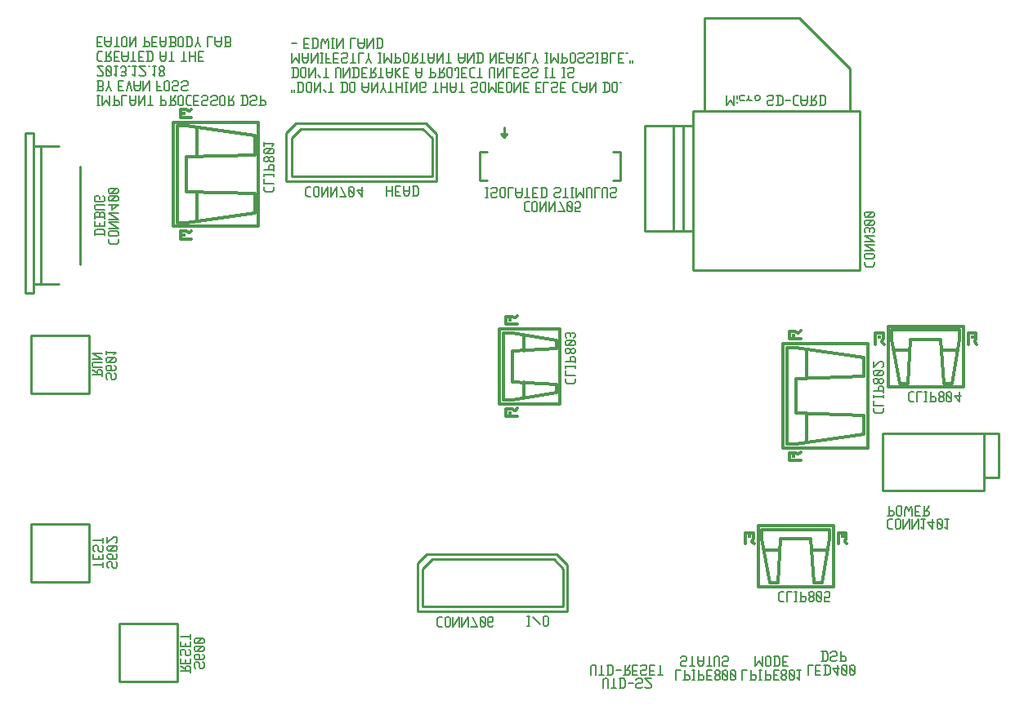
<source format=gbr>
G04 start of page 12 for group -4078 idx -4078 *
G04 Title: (unknown), bottomsilk *
G04 Creator: pcb 20110918 *
G04 CreationDate: Fri Feb 21 23:26:39 2014 UTC *
G04 For: fosse *
G04 Format: Gerber/RS-274X *
G04 PCB-Dimensions: 550000 350000 *
G04 PCB-Coordinate-Origin: lower left *
%MOIN*%
%FSLAX25Y25*%
%LNBOTTOMSILK*%
%ADD223C,0.0148*%
%ADD222C,0.0100*%
%ADD221C,0.0060*%
G54D221*X158000Y294500D02*X160000D01*
X163000Y294300D02*X164500D01*
X163000Y296500D02*X165000D01*
X163000Y292500D02*Y296500D01*
Y292500D02*X165000D01*
X166700D02*Y296500D01*
X168000Y292500D02*X168700Y293200D01*
Y295800D01*
X168000Y296500D02*X168700Y295800D01*
X166200Y296500D02*X168000D01*
X166200Y292500D02*X168000D01*
X169900D02*Y294500D01*
X170400Y296500D01*
X171400Y294500D01*
X172400Y296500D01*
X172900Y294500D01*
Y292500D02*Y294500D01*
X174100Y292500D02*X175100D01*
X174600D02*Y296500D01*
X174100D02*X175100D01*
X176300Y292500D02*Y296500D01*
Y292500D02*X178800Y296500D01*
Y292500D02*Y296500D01*
X181800Y292500D02*Y296500D01*
X183800D01*
X185000Y293500D02*Y296500D01*
Y293500D02*X185700Y292500D01*
X186800D01*
X187500Y293500D01*
Y296500D01*
X185000Y294500D02*X187500D01*
X188700Y292500D02*Y296500D01*
Y292500D02*X191200Y296500D01*
Y292500D02*Y296500D01*
X192900Y292500D02*Y296500D01*
X194200Y292500D02*X194900Y293200D01*
Y295800D01*
X194200Y296500D02*X194900Y295800D01*
X192400Y296500D02*X194200D01*
X192400Y292500D02*X194200D01*
X78500Y269000D02*X79500D01*
X79000D02*Y273000D01*
X78500D02*X79500D01*
X80700Y269000D02*Y273000D01*
Y269000D02*X82200Y271000D01*
X83700Y269000D01*
Y273000D01*
X85400Y269000D02*Y273000D01*
X84900Y269000D02*X86900D01*
X87400Y269500D01*
Y270500D01*
X86900Y271000D02*X87400Y270500D01*
X85400Y271000D02*X86900D01*
X88600Y269000D02*Y273000D01*
X90600D01*
X91800Y270000D02*Y273000D01*
Y270000D02*X92500Y269000D01*
X93600D01*
X94300Y270000D01*
Y273000D01*
X91800Y271000D02*X94300D01*
X95500Y269000D02*Y273000D01*
Y269000D02*X98000Y273000D01*
Y269000D02*Y273000D01*
X99200Y269000D02*X101200D01*
X100200D02*Y273000D01*
X104700Y269000D02*Y273000D01*
X104200Y269000D02*X106200D01*
X106700Y269500D01*
Y270500D01*
X106200Y271000D02*X106700Y270500D01*
X104700Y271000D02*X106200D01*
X107900Y269000D02*X109900D01*
X110400Y269500D01*
Y270500D01*
X109900Y271000D02*X110400Y270500D01*
X108400Y271000D02*X109900D01*
X108400Y269000D02*Y273000D01*
X109200Y271000D02*X110400Y273000D01*
X111600Y269500D02*Y272500D01*
Y269500D02*X112100Y269000D01*
X113100D01*
X113600Y269500D01*
Y272500D01*
X113100Y273000D02*X113600Y272500D01*
X112100Y273000D02*X113100D01*
X111600Y272500D02*X112100Y273000D01*
X115500D02*X116800D01*
X114800Y272300D02*X115500Y273000D01*
X114800Y269700D02*Y272300D01*
Y269700D02*X115500Y269000D01*
X116800D01*
X118000Y270800D02*X119500D01*
X118000Y273000D02*X120000D01*
X118000Y269000D02*Y273000D01*
Y269000D02*X120000D01*
X123200D02*X123700Y269500D01*
X121700Y269000D02*X123200D01*
X121200Y269500D02*X121700Y269000D01*
X121200Y269500D02*Y270500D01*
X121700Y271000D01*
X123200D01*
X123700Y271500D01*
Y272500D01*
X123200Y273000D02*X123700Y272500D01*
X121700Y273000D02*X123200D01*
X121200Y272500D02*X121700Y273000D01*
X126900Y269000D02*X127400Y269500D01*
X125400Y269000D02*X126900D01*
X124900Y269500D02*X125400Y269000D01*
X124900Y269500D02*Y270500D01*
X125400Y271000D01*
X126900D01*
X127400Y271500D01*
Y272500D01*
X126900Y273000D02*X127400Y272500D01*
X125400Y273000D02*X126900D01*
X124900Y272500D02*X125400Y273000D01*
X128600Y269500D02*Y272500D01*
Y269500D02*X129100Y269000D01*
X130100D01*
X130600Y269500D01*
Y272500D01*
X130100Y273000D02*X130600Y272500D01*
X129100Y273000D02*X130100D01*
X128600Y272500D02*X129100Y273000D01*
X131800Y269000D02*X133800D01*
X134300Y269500D01*
Y270500D01*
X133800Y271000D02*X134300Y270500D01*
X132300Y271000D02*X133800D01*
X132300Y269000D02*Y273000D01*
X133100Y271000D02*X134300Y273000D01*
X137800Y269000D02*Y273000D01*
X139100Y269000D02*X139800Y269700D01*
Y272300D01*
X139100Y273000D02*X139800Y272300D01*
X137300Y273000D02*X139100D01*
X137300Y269000D02*X139100D01*
X143000D02*X143500Y269500D01*
X141500Y269000D02*X143000D01*
X141000Y269500D02*X141500Y269000D01*
X141000Y269500D02*Y270500D01*
X141500Y271000D01*
X143000D01*
X143500Y271500D01*
Y272500D01*
X143000Y273000D02*X143500Y272500D01*
X141500Y273000D02*X143000D01*
X141000Y272500D02*X141500Y273000D01*
X145200Y269000D02*Y273000D01*
X144700Y269000D02*X146700D01*
X147200Y269500D01*
Y270500D01*
X146700Y271000D02*X147200Y270500D01*
X145200Y271000D02*X146700D01*
X78500Y281500D02*X79000Y281000D01*
X80500D01*
X81000Y281500D01*
Y282500D01*
X78500Y285000D02*X81000Y282500D01*
X78500Y285000D02*X81000D01*
X82200Y284500D02*X82700Y285000D01*
X82200Y281500D02*Y284500D01*
Y281500D02*X82700Y281000D01*
X83700D01*
X84200Y281500D01*
Y284500D01*
X83700Y285000D02*X84200Y284500D01*
X82700Y285000D02*X83700D01*
X82200Y284000D02*X84200Y282000D01*
X85400Y281800D02*X86200Y281000D01*
Y285000D01*
X85400D02*X86900D01*
X88100Y281500D02*X88600Y281000D01*
X89600D01*
X90100Y281500D01*
X89600Y285000D02*X90100Y284500D01*
X88600Y285000D02*X89600D01*
X88100Y284500D02*X88600Y285000D01*
Y282800D02*X89600D01*
X90100Y281500D02*Y282300D01*
Y283300D02*Y284500D01*
Y283300D02*X89600Y282800D01*
X90100Y282300D02*X89600Y282800D01*
X91300Y285000D02*X91800D01*
X93000Y281800D02*X93800Y281000D01*
Y285000D01*
X93000D02*X94500D01*
X95700Y281500D02*X96200Y281000D01*
X97700D01*
X98200Y281500D01*
Y282500D01*
X95700Y285000D02*X98200Y282500D01*
X95700Y285000D02*X98200D01*
X99400D02*X99900D01*
X101100Y281800D02*X101900Y281000D01*
Y285000D01*
X101100D02*X102600D01*
X103800Y284500D02*X104300Y285000D01*
X103800Y283700D02*Y284500D01*
Y283700D02*X104500Y283000D01*
X105100D01*
X105800Y283700D01*
Y284500D01*
X105300Y285000D02*X105800Y284500D01*
X104300Y285000D02*X105300D01*
X103800Y282300D02*X104500Y283000D01*
X103800Y281500D02*Y282300D01*
Y281500D02*X104300Y281000D01*
X105300D01*
X105800Y281500D01*
Y282300D01*
X105100Y283000D02*X105800Y282300D01*
X79200Y291000D02*X80500D01*
X78500Y290300D02*X79200Y291000D01*
X78500Y287700D02*Y290300D01*
Y287700D02*X79200Y287000D01*
X80500D01*
X81700D02*X83700D01*
X84200Y287500D01*
Y288500D01*
X83700Y289000D02*X84200Y288500D01*
X82200Y289000D02*X83700D01*
X82200Y287000D02*Y291000D01*
X83000Y289000D02*X84200Y291000D01*
X85400Y288800D02*X86900D01*
X85400Y291000D02*X87400D01*
X85400Y287000D02*Y291000D01*
Y287000D02*X87400D01*
X88600Y288000D02*Y291000D01*
Y288000D02*X89300Y287000D01*
X90400D01*
X91100Y288000D01*
Y291000D01*
X88600Y289000D02*X91100D01*
X92300Y287000D02*X94300D01*
X93300D02*Y291000D01*
X95500Y288800D02*X97000D01*
X95500Y291000D02*X97500D01*
X95500Y287000D02*Y291000D01*
Y287000D02*X97500D01*
X99200D02*Y291000D01*
X100500Y287000D02*X101200Y287700D01*
Y290300D01*
X100500Y291000D02*X101200Y290300D01*
X98700Y291000D02*X100500D01*
X98700Y287000D02*X100500D01*
X104200Y288000D02*Y291000D01*
Y288000D02*X104900Y287000D01*
X106000D01*
X106700Y288000D01*
Y291000D01*
X104200Y289000D02*X106700D01*
X107900Y287000D02*X109900D01*
X108900D02*Y291000D01*
X112900Y287000D02*X114900D01*
X113900D02*Y291000D01*
X116100Y287000D02*Y291000D01*
X118600Y287000D02*Y291000D01*
X116100Y289000D02*X118600D01*
X119800Y288800D02*X121300D01*
X119800Y291000D02*X121800D01*
X119800Y287000D02*Y291000D01*
Y287000D02*X121800D01*
X78500Y279000D02*X80500D01*
X81000Y278500D01*
Y277300D02*Y278500D01*
X80500Y276800D02*X81000Y277300D01*
X79000Y276800D02*X80500D01*
X79000Y275000D02*Y279000D01*
X78500Y275000D02*X80500D01*
X81000Y275500D01*
Y276300D01*
X80500Y276800D02*X81000Y276300D01*
X82200Y275000D02*X83200Y277000D01*
X84200Y275000D01*
X83200Y277000D02*Y279000D01*
X87200Y276800D02*X88700D01*
X87200Y279000D02*X89200D01*
X87200Y275000D02*Y279000D01*
Y275000D02*X89200D01*
X90400D02*X91400Y279000D01*
X92400Y275000D01*
X93600Y276000D02*Y279000D01*
Y276000D02*X94300Y275000D01*
X95400D01*
X96100Y276000D01*
Y279000D01*
X93600Y277000D02*X96100D01*
X97300Y275000D02*Y279000D01*
Y275000D02*X99800Y279000D01*
Y275000D02*Y279000D01*
X102800Y275000D02*Y279000D01*
Y275000D02*X104800D01*
X102800Y276800D02*X104300D01*
X106000Y275500D02*Y278500D01*
Y275500D02*X106500Y275000D01*
X107500D01*
X108000Y275500D01*
Y278500D01*
X107500Y279000D02*X108000Y278500D01*
X106500Y279000D02*X107500D01*
X106000Y278500D02*X106500Y279000D01*
X111200Y275000D02*X111700Y275500D01*
X109700Y275000D02*X111200D01*
X109200Y275500D02*X109700Y275000D01*
X109200Y275500D02*Y276500D01*
X109700Y277000D01*
X111200D01*
X111700Y277500D01*
Y278500D01*
X111200Y279000D02*X111700Y278500D01*
X109700Y279000D02*X111200D01*
X109200Y278500D02*X109700Y279000D01*
X114900Y275000D02*X115400Y275500D01*
X113400Y275000D02*X114900D01*
X112900Y275500D02*X113400Y275000D01*
X112900Y275500D02*Y276500D01*
X113400Y277000D01*
X114900D01*
X115400Y277500D01*
Y278500D01*
X114900Y279000D02*X115400Y278500D01*
X113400Y279000D02*X114900D01*
X112900Y278500D02*X113400Y279000D01*
X335250Y269250D02*Y273250D01*
Y269250D02*X336750Y271250D01*
X338250Y269250D01*
Y273250D01*
X339450Y270250D02*Y270350D01*
Y271750D02*Y273250D01*
X340950Y271250D02*X342450D01*
X340450Y271750D02*X340950Y271250D01*
X340450Y271750D02*Y272750D01*
X340950Y273250D01*
X342450D01*
X344150Y271750D02*Y273250D01*
Y271750D02*X344650Y271250D01*
X345650D01*
X343650D02*X344150Y271750D01*
X346850D02*Y272750D01*
Y271750D02*X347350Y271250D01*
X348350D01*
X348850Y271750D01*
Y272750D01*
X348350Y273250D02*X348850Y272750D01*
X347350Y273250D02*X348350D01*
X346850Y272750D02*X347350Y273250D01*
X353850Y269250D02*X354350Y269750D01*
X352350Y269250D02*X353850D01*
X351850Y269750D02*X352350Y269250D01*
X351850Y269750D02*Y270750D01*
X352350Y271250D01*
X353850D01*
X354350Y271750D01*
Y272750D01*
X353850Y273250D02*X354350Y272750D01*
X352350Y273250D02*X353850D01*
X351850Y272750D02*X352350Y273250D01*
X356050Y269250D02*Y273250D01*
X357350Y269250D02*X358050Y269950D01*
Y272550D01*
X357350Y273250D02*X358050Y272550D01*
X355550Y273250D02*X357350D01*
X355550Y269250D02*X357350D01*
X359250Y271250D02*X361250D01*
X363150Y273250D02*X364450D01*
X362450Y272550D02*X363150Y273250D01*
X362450Y269950D02*Y272550D01*
Y269950D02*X363150Y269250D01*
X364450D01*
X365650Y270250D02*Y273250D01*
Y270250D02*X366350Y269250D01*
X367450D01*
X368150Y270250D01*
Y273250D01*
X365650Y271250D02*X368150D01*
X369350Y269250D02*X371350D01*
X371850Y269750D01*
Y270750D01*
X371350Y271250D02*X371850Y270750D01*
X369850Y271250D02*X371350D01*
X369850Y269250D02*Y273250D01*
X370650Y271250D02*X371850Y273250D01*
X373550Y269250D02*Y273250D01*
X374850Y269250D02*X375550Y269950D01*
Y272550D01*
X374850Y273250D02*X375550Y272550D01*
X373050Y273250D02*X374850D01*
X373050Y269250D02*X374850D01*
X158000Y274500D02*Y275500D01*
X159000Y274500D02*Y275500D01*
X160700Y274500D02*Y278500D01*
X162000Y274500D02*X162700Y275200D01*
Y277800D01*
X162000Y278500D02*X162700Y277800D01*
X160200Y278500D02*X162000D01*
X160200Y274500D02*X162000D01*
X163900Y275000D02*Y278000D01*
Y275000D02*X164400Y274500D01*
X165400D01*
X165900Y275000D01*
Y278000D01*
X165400Y278500D02*X165900Y278000D01*
X164400Y278500D02*X165400D01*
X163900Y278000D02*X164400Y278500D01*
X167100Y274500D02*Y278500D01*
Y274500D02*X169600Y278500D01*
Y274500D02*Y278500D01*
X170800Y275500D02*X171800Y274500D01*
X173000D02*X175000D01*
X174000D02*Y278500D01*
X178500Y274500D02*Y278500D01*
X179800Y274500D02*X180500Y275200D01*
Y277800D01*
X179800Y278500D02*X180500Y277800D01*
X178000Y278500D02*X179800D01*
X178000Y274500D02*X179800D01*
X181700Y275000D02*Y278000D01*
Y275000D02*X182200Y274500D01*
X183200D01*
X183700Y275000D01*
Y278000D01*
X183200Y278500D02*X183700Y278000D01*
X182200Y278500D02*X183200D01*
X181700Y278000D02*X182200Y278500D01*
X186700Y275500D02*Y278500D01*
Y275500D02*X187400Y274500D01*
X188500D01*
X189200Y275500D01*
Y278500D01*
X186700Y276500D02*X189200D01*
X190400Y274500D02*Y278500D01*
Y274500D02*X192900Y278500D01*
Y274500D02*Y278500D01*
X194100Y274500D02*X195100Y276500D01*
X196100Y274500D01*
X195100Y276500D02*Y278500D01*
X197300Y274500D02*X199300D01*
X198300D02*Y278500D01*
X200500Y274500D02*Y278500D01*
X203000Y274500D02*Y278500D01*
X200500Y276500D02*X203000D01*
X204200Y274500D02*X205200D01*
X204700D02*Y278500D01*
X204200D02*X205200D01*
X206400Y274500D02*Y278500D01*
Y274500D02*X208900Y278500D01*
Y274500D02*Y278500D01*
X212100Y274500D02*X212600Y275000D01*
X210600Y274500D02*X212100D01*
X210100Y275000D02*X210600Y274500D01*
X210100Y275000D02*Y278000D01*
X210600Y278500D01*
X212100D01*
X212600Y278000D01*
Y277000D02*Y278000D01*
X212100Y276500D02*X212600Y277000D01*
X211100Y276500D02*X212100D01*
X215600Y274500D02*X217600D01*
X216600D02*Y278500D01*
X218800Y274500D02*Y278500D01*
X221300Y274500D02*Y278500D01*
X218800Y276500D02*X221300D01*
X222500Y275500D02*Y278500D01*
Y275500D02*X223200Y274500D01*
X224300D01*
X225000Y275500D01*
Y278500D01*
X222500Y276500D02*X225000D01*
X226200Y274500D02*X228200D01*
X227200D02*Y278500D01*
X233200Y274500D02*X233700Y275000D01*
X231700Y274500D02*X233200D01*
X231200Y275000D02*X231700Y274500D01*
X231200Y275000D02*Y276000D01*
X231700Y276500D01*
X233200D01*
X233700Y277000D01*
Y278000D01*
X233200Y278500D02*X233700Y278000D01*
X231700Y278500D02*X233200D01*
X231200Y278000D02*X231700Y278500D01*
X234900Y275000D02*Y278000D01*
Y275000D02*X235400Y274500D01*
X236400D01*
X236900Y275000D01*
Y278000D01*
X236400Y278500D02*X236900Y278000D01*
X235400Y278500D02*X236400D01*
X234900Y278000D02*X235400Y278500D01*
X238100Y274500D02*Y278500D01*
Y274500D02*X239600Y276500D01*
X241100Y274500D01*
Y278500D01*
X242300Y276300D02*X243800D01*
X242300Y278500D02*X244300D01*
X242300Y274500D02*Y278500D01*
Y274500D02*X244300D01*
X245500Y275000D02*Y278000D01*
Y275000D02*X246000Y274500D01*
X247000D01*
X247500Y275000D01*
Y278000D01*
X247000Y278500D02*X247500Y278000D01*
X246000Y278500D02*X247000D01*
X245500Y278000D02*X246000Y278500D01*
X248700Y274500D02*Y278500D01*
Y274500D02*X251200Y278500D01*
Y274500D02*Y278500D01*
X252400Y276300D02*X253900D01*
X252400Y278500D02*X254400D01*
X252400Y274500D02*Y278500D01*
Y274500D02*X254400D01*
X257400Y276300D02*X258900D01*
X257400Y278500D02*X259400D01*
X257400Y274500D02*Y278500D01*
Y274500D02*X259400D01*
X260600D02*Y278500D01*
X262600D01*
X265800Y274500D02*X266300Y275000D01*
X264300Y274500D02*X265800D01*
X263800Y275000D02*X264300Y274500D01*
X263800Y275000D02*Y276000D01*
X264300Y276500D01*
X265800D01*
X266300Y277000D01*
Y278000D01*
X265800Y278500D02*X266300Y278000D01*
X264300Y278500D02*X265800D01*
X263800Y278000D02*X264300Y278500D01*
X267500Y276300D02*X269000D01*
X267500Y278500D02*X269500D01*
X267500Y274500D02*Y278500D01*
Y274500D02*X269500D01*
X273200Y278500D02*X274500D01*
X272500Y277800D02*X273200Y278500D01*
X272500Y275200D02*Y277800D01*
Y275200D02*X273200Y274500D01*
X274500D01*
X275700Y275500D02*Y278500D01*
Y275500D02*X276400Y274500D01*
X277500D01*
X278200Y275500D01*
Y278500D01*
X275700Y276500D02*X278200D01*
X279400Y274500D02*Y278500D01*
Y274500D02*X281900Y278500D01*
Y274500D02*Y278500D01*
X285400Y274500D02*Y278500D01*
X286700Y274500D02*X287400Y275200D01*
Y277800D01*
X286700Y278500D02*X287400Y277800D01*
X284900Y278500D02*X286700D01*
X284900Y274500D02*X286700D01*
X288600Y275000D02*Y278000D01*
Y275000D02*X289100Y274500D01*
X290100D01*
X290600Y275000D01*
Y278000D01*
X290100Y278500D02*X290600Y278000D01*
X289100Y278500D02*X290100D01*
X288600Y278000D02*X289100Y278500D01*
X291800D02*X292300D01*
X158000Y286500D02*Y290500D01*
Y286500D02*X159500Y288500D01*
X161000Y286500D01*
Y290500D01*
X162200Y287500D02*Y290500D01*
Y287500D02*X162900Y286500D01*
X164000D01*
X164700Y287500D01*
Y290500D01*
X162200Y288500D02*X164700D01*
X165900Y286500D02*Y290500D01*
Y286500D02*X168400Y290500D01*
Y286500D02*Y290500D01*
X169600Y286500D02*X170600D01*
X170100D02*Y290500D01*
X169600D02*X170600D01*
X171800Y286500D02*Y290500D01*
Y286500D02*X173800D01*
X171800Y288300D02*X173300D01*
X175000D02*X176500D01*
X175000Y290500D02*X177000D01*
X175000Y286500D02*Y290500D01*
Y286500D02*X177000D01*
X180200D02*X180700Y287000D01*
X178700Y286500D02*X180200D01*
X178200Y287000D02*X178700Y286500D01*
X178200Y287000D02*Y288000D01*
X178700Y288500D01*
X180200D01*
X180700Y289000D01*
Y290000D01*
X180200Y290500D02*X180700Y290000D01*
X178700Y290500D02*X180200D01*
X178200Y290000D02*X178700Y290500D01*
X181900Y286500D02*X183900D01*
X182900D02*Y290500D01*
X185100Y286500D02*Y290500D01*
X187100D01*
X188300Y286500D02*X189300Y288500D01*
X190300Y286500D01*
X189300Y288500D02*Y290500D01*
X193300Y286500D02*X194300D01*
X193800D02*Y290500D01*
X193300D02*X194300D01*
X195500Y286500D02*Y290500D01*
Y286500D02*X197000Y288500D01*
X198500Y286500D01*
Y290500D01*
X200200Y286500D02*Y290500D01*
X199700Y286500D02*X201700D01*
X202200Y287000D01*
Y288000D01*
X201700Y288500D02*X202200Y288000D01*
X200200Y288500D02*X201700D01*
X203400Y287000D02*Y290000D01*
Y287000D02*X203900Y286500D01*
X204900D01*
X205400Y287000D01*
Y290000D01*
X204900Y290500D02*X205400Y290000D01*
X203900Y290500D02*X204900D01*
X203400Y290000D02*X203900Y290500D01*
X206600Y286500D02*X208600D01*
X209100Y287000D01*
Y288000D01*
X208600Y288500D02*X209100Y288000D01*
X207100Y288500D02*X208600D01*
X207100Y286500D02*Y290500D01*
X207900Y288500D02*X209100Y290500D01*
X210300Y286500D02*X212300D01*
X211300D02*Y290500D01*
X213500Y287500D02*Y290500D01*
Y287500D02*X214200Y286500D01*
X215300D01*
X216000Y287500D01*
Y290500D01*
X213500Y288500D02*X216000D01*
X217200Y286500D02*Y290500D01*
Y286500D02*X219700Y290500D01*
Y286500D02*Y290500D01*
X220900Y286500D02*X222900D01*
X221900D02*Y290500D01*
X225900Y287500D02*Y290500D01*
Y287500D02*X226600Y286500D01*
X227700D01*
X228400Y287500D01*
Y290500D01*
X225900Y288500D02*X228400D01*
X229600Y286500D02*Y290500D01*
Y286500D02*X232100Y290500D01*
Y286500D02*Y290500D01*
X233800Y286500D02*Y290500D01*
X235100Y286500D02*X235800Y287200D01*
Y289800D01*
X235100Y290500D02*X235800Y289800D01*
X233300Y290500D02*X235100D01*
X233300Y286500D02*X235100D01*
X238800D02*Y290500D01*
Y286500D02*X241300Y290500D01*
Y286500D02*Y290500D01*
X242500Y288300D02*X244000D01*
X242500Y290500D02*X244500D01*
X242500Y286500D02*Y290500D01*
Y286500D02*X244500D01*
X245700Y287500D02*Y290500D01*
Y287500D02*X246400Y286500D01*
X247500D01*
X248200Y287500D01*
Y290500D01*
X245700Y288500D02*X248200D01*
X249400Y286500D02*X251400D01*
X251900Y287000D01*
Y288000D01*
X251400Y288500D02*X251900Y288000D01*
X249900Y288500D02*X251400D01*
X249900Y286500D02*Y290500D01*
X250700Y288500D02*X251900Y290500D01*
X253100Y286500D02*Y290500D01*
X255100D01*
X256300Y286500D02*X257300Y288500D01*
X258300Y286500D01*
X257300Y288500D02*Y290500D01*
X261300Y286500D02*X262300D01*
X261800D02*Y290500D01*
X261300D02*X262300D01*
X263500Y286500D02*Y290500D01*
Y286500D02*X265000Y288500D01*
X266500Y286500D01*
Y290500D01*
X268200Y286500D02*Y290500D01*
X267700Y286500D02*X269700D01*
X270200Y287000D01*
Y288000D01*
X269700Y288500D02*X270200Y288000D01*
X268200Y288500D02*X269700D01*
X271400Y287000D02*Y290000D01*
Y287000D02*X271900Y286500D01*
X272900D01*
X273400Y287000D01*
Y290000D01*
X272900Y290500D02*X273400Y290000D01*
X271900Y290500D02*X272900D01*
X271400Y290000D02*X271900Y290500D01*
X276600Y286500D02*X277100Y287000D01*
X275100Y286500D02*X276600D01*
X274600Y287000D02*X275100Y286500D01*
X274600Y287000D02*Y288000D01*
X275100Y288500D01*
X276600D01*
X277100Y289000D01*
Y290000D01*
X276600Y290500D02*X277100Y290000D01*
X275100Y290500D02*X276600D01*
X274600Y290000D02*X275100Y290500D01*
X280300Y286500D02*X280800Y287000D01*
X278800Y286500D02*X280300D01*
X278300Y287000D02*X278800Y286500D01*
X278300Y287000D02*Y288000D01*
X278800Y288500D01*
X280300D01*
X280800Y289000D01*
Y290000D01*
X280300Y290500D02*X280800Y290000D01*
X278800Y290500D02*X280300D01*
X278300Y290000D02*X278800Y290500D01*
X282000Y286500D02*X283000D01*
X282500D02*Y290500D01*
X282000D02*X283000D01*
X284200D02*X286200D01*
X286700Y290000D01*
Y288800D02*Y290000D01*
X286200Y288300D02*X286700Y288800D01*
X284700Y288300D02*X286200D01*
X284700Y286500D02*Y290500D01*
X284200Y286500D02*X286200D01*
X286700Y287000D01*
Y287800D01*
X286200Y288300D02*X286700Y287800D01*
X287900Y286500D02*Y290500D01*
X289900D01*
X291100Y288300D02*X292600D01*
X291100Y290500D02*X293100D01*
X291100Y286500D02*Y290500D01*
Y286500D02*X293100D01*
X294300Y290500D02*X294800D01*
X296000Y286500D02*Y287500D01*
X297000Y286500D02*Y287500D01*
X158500Y280500D02*Y284500D01*
X159800Y280500D02*X160500Y281200D01*
Y283800D01*
X159800Y284500D02*X160500Y283800D01*
X158000Y284500D02*X159800D01*
X158000Y280500D02*X159800D01*
X161700Y281000D02*Y284000D01*
Y281000D02*X162200Y280500D01*
X163200D01*
X163700Y281000D01*
Y284000D01*
X163200Y284500D02*X163700Y284000D01*
X162200Y284500D02*X163200D01*
X161700Y284000D02*X162200Y284500D01*
X164900Y280500D02*Y284500D01*
Y280500D02*X167400Y284500D01*
Y280500D02*Y284500D01*
X168600Y281500D02*X169600Y280500D01*
X170800D02*X172800D01*
X171800D02*Y284500D01*
X175800Y280500D02*Y284000D01*
X176300Y284500D01*
X177300D01*
X177800Y284000D01*
Y280500D02*Y284000D01*
X179000Y280500D02*Y284500D01*
Y280500D02*X181500Y284500D01*
Y280500D02*Y284500D01*
X183200Y280500D02*Y284500D01*
X184500Y280500D02*X185200Y281200D01*
Y283800D01*
X184500Y284500D02*X185200Y283800D01*
X182700Y284500D02*X184500D01*
X182700Y280500D02*X184500D01*
X186400Y282300D02*X187900D01*
X186400Y284500D02*X188400D01*
X186400Y280500D02*Y284500D01*
Y280500D02*X188400D01*
X189600D02*X191600D01*
X192100Y281000D01*
Y282000D01*
X191600Y282500D02*X192100Y282000D01*
X190100Y282500D02*X191600D01*
X190100Y280500D02*Y284500D01*
X190900Y282500D02*X192100Y284500D01*
X193300Y280500D02*X195300D01*
X194300D02*Y284500D01*
X196500Y281500D02*Y284500D01*
Y281500D02*X197200Y280500D01*
X198300D01*
X199000Y281500D01*
Y284500D01*
X196500Y282500D02*X199000D01*
X200200Y280500D02*Y284500D01*
Y282500D02*X202200Y280500D01*
X200200Y282500D02*X202200Y284500D01*
X203400Y282300D02*X204900D01*
X203400Y284500D02*X205400D01*
X203400Y280500D02*Y284500D01*
Y280500D02*X205400D01*
X208400Y281500D02*Y284500D01*
Y281500D02*X209100Y280500D01*
X210200D01*
X210900Y281500D01*
Y284500D01*
X208400Y282500D02*X210900D01*
X214400Y280500D02*Y284500D01*
X213900Y280500D02*X215900D01*
X216400Y281000D01*
Y282000D01*
X215900Y282500D02*X216400Y282000D01*
X214400Y282500D02*X215900D01*
X217600Y280500D02*X219600D01*
X220100Y281000D01*
Y282000D01*
X219600Y282500D02*X220100Y282000D01*
X218100Y282500D02*X219600D01*
X218100Y280500D02*Y284500D01*
X218900Y282500D02*X220100Y284500D01*
X221300Y281000D02*Y284000D01*
Y281000D02*X221800Y280500D01*
X222800D01*
X223300Y281000D01*
Y284000D01*
X222800Y284500D02*X223300Y284000D01*
X221800Y284500D02*X222800D01*
X221300Y284000D02*X221800Y284500D01*
X225200Y280500D02*X226000D01*
Y284000D01*
X225500Y284500D02*X226000Y284000D01*
X225000Y284500D02*X225500D01*
X224500Y284000D02*X225000Y284500D01*
X224500Y283500D02*Y284000D01*
X227200Y282300D02*X228700D01*
X227200Y284500D02*X229200D01*
X227200Y280500D02*Y284500D01*
Y280500D02*X229200D01*
X231100Y284500D02*X232400D01*
X230400Y283800D02*X231100Y284500D01*
X230400Y281200D02*Y283800D01*
Y281200D02*X231100Y280500D01*
X232400D01*
X233600D02*X235600D01*
X234600D02*Y284500D01*
X238600Y280500D02*Y284000D01*
X239100Y284500D01*
X240100D01*
X240600Y284000D01*
Y280500D02*Y284000D01*
X241800Y280500D02*Y284500D01*
Y280500D02*X244300Y284500D01*
Y280500D02*Y284500D01*
X245500Y280500D02*Y284500D01*
X247500D01*
X248700Y282300D02*X250200D01*
X248700Y284500D02*X250700D01*
X248700Y280500D02*Y284500D01*
Y280500D02*X250700D01*
X253900D02*X254400Y281000D01*
X252400Y280500D02*X253900D01*
X251900Y281000D02*X252400Y280500D01*
X251900Y281000D02*Y282000D01*
X252400Y282500D01*
X253900D01*
X254400Y283000D01*
Y284000D01*
X253900Y284500D02*X254400Y284000D01*
X252400Y284500D02*X253900D01*
X251900Y284000D02*X252400Y284500D01*
X257600Y280500D02*X258100Y281000D01*
X256100Y280500D02*X257600D01*
X255600Y281000D02*X256100Y280500D01*
X255600Y281000D02*Y282000D01*
X256100Y282500D01*
X257600D01*
X258100Y283000D01*
Y284000D01*
X257600Y284500D02*X258100Y284000D01*
X256100Y284500D02*X257600D01*
X255600Y284000D02*X256100Y284500D01*
X261100Y280500D02*X262100D01*
X261600D02*Y284500D01*
X261100D02*X262100D01*
X263300Y280500D02*X265300D01*
X264300D02*Y284500D01*
X268300Y280500D02*X269300D01*
X268800D02*Y284500D01*
X268300D02*X269300D01*
X272500Y280500D02*X273000Y281000D01*
X271000Y280500D02*X272500D01*
X270500Y281000D02*X271000Y280500D01*
X270500Y281000D02*Y282000D01*
X271000Y282500D01*
X272500D01*
X273000Y283000D01*
Y284000D01*
X272500Y284500D02*X273000Y284000D01*
X271000Y284500D02*X272500D01*
X270500Y284000D02*X271000Y284500D01*
X237000Y231500D02*X238000D01*
X237500D02*Y235500D01*
X237000D02*X238000D01*
X241200Y231500D02*X241700Y232000D01*
X239700Y231500D02*X241200D01*
X239200Y232000D02*X239700Y231500D01*
X239200Y232000D02*Y233000D01*
X239700Y233500D01*
X241200D01*
X241700Y234000D01*
Y235000D01*
X241200Y235500D02*X241700Y235000D01*
X239700Y235500D02*X241200D01*
X239200Y235000D02*X239700Y235500D01*
X242900Y232000D02*Y235000D01*
Y232000D02*X243400Y231500D01*
X244400D01*
X244900Y232000D01*
Y235000D01*
X244400Y235500D02*X244900Y235000D01*
X243400Y235500D02*X244400D01*
X242900Y235000D02*X243400Y235500D01*
X246100Y231500D02*Y235500D01*
X248100D01*
X249300Y232500D02*Y235500D01*
Y232500D02*X250000Y231500D01*
X251100D01*
X251800Y232500D01*
Y235500D01*
X249300Y233500D02*X251800D01*
X253000Y231500D02*X255000D01*
X254000D02*Y235500D01*
X256200Y233300D02*X257700D01*
X256200Y235500D02*X258200D01*
X256200Y231500D02*Y235500D01*
Y231500D02*X258200D01*
X259900D02*Y235500D01*
X261200Y231500D02*X261900Y232200D01*
Y234800D01*
X261200Y235500D02*X261900Y234800D01*
X259400Y235500D02*X261200D01*
X259400Y231500D02*X261200D01*
X266900D02*X267400Y232000D01*
X265400Y231500D02*X266900D01*
X264900Y232000D02*X265400Y231500D01*
X264900Y232000D02*Y233000D01*
X265400Y233500D01*
X266900D01*
X267400Y234000D01*
Y235000D01*
X266900Y235500D02*X267400Y235000D01*
X265400Y235500D02*X266900D01*
X264900Y235000D02*X265400Y235500D01*
X268600Y231500D02*X270600D01*
X269600D02*Y235500D01*
X271800Y231500D02*X272800D01*
X272300D02*Y235500D01*
X271800D02*X272800D01*
X274000Y231500D02*Y235500D01*
Y231500D02*X275500Y233500D01*
X277000Y231500D01*
Y235500D01*
X278200Y231500D02*Y235000D01*
X278700Y235500D01*
X279700D01*
X280200Y235000D01*
Y231500D02*Y235000D01*
X281400Y231500D02*Y235500D01*
X283400D01*
X284600Y231500D02*Y235000D01*
X285100Y235500D01*
X286100D01*
X286600Y235000D01*
Y231500D02*Y235000D01*
X289800Y231500D02*X290300Y232000D01*
X288300Y231500D02*X289800D01*
X287800Y232000D02*X288300Y231500D01*
X287800Y232000D02*Y233000D01*
X288300Y233500D01*
X289800D01*
X290300Y234000D01*
Y235000D01*
X289800Y235500D02*X290300Y235000D01*
X288300Y235500D02*X289800D01*
X287800Y235000D02*X288300Y235500D01*
X196500Y232000D02*Y236000D01*
X199000Y232000D02*Y236000D01*
X196500Y234000D02*X199000D01*
X200200Y233800D02*X201700D01*
X200200Y236000D02*X202200D01*
X200200Y232000D02*Y236000D01*
Y232000D02*X202200D01*
X203400Y233000D02*Y236000D01*
Y233000D02*X204100Y232000D01*
X205200D01*
X205900Y233000D01*
Y236000D01*
X203400Y234000D02*X205900D01*
X207600Y232000D02*Y236000D01*
X208900Y232000D02*X209600Y232700D01*
Y235300D01*
X208900Y236000D02*X209600Y235300D01*
X207100Y236000D02*X208900D01*
X207100Y232000D02*X208900D01*
X78500Y294800D02*X80000D01*
X78500Y297000D02*X80500D01*
X78500Y293000D02*Y297000D01*
Y293000D02*X80500D01*
X81700Y294000D02*Y297000D01*
Y294000D02*X82400Y293000D01*
X83500D01*
X84200Y294000D01*
Y297000D01*
X81700Y295000D02*X84200D01*
X85400Y293000D02*X87400D01*
X86400D02*Y297000D01*
X88600Y293500D02*Y296500D01*
Y293500D02*X89100Y293000D01*
X90100D01*
X90600Y293500D01*
Y296500D01*
X90100Y297000D02*X90600Y296500D01*
X89100Y297000D02*X90100D01*
X88600Y296500D02*X89100Y297000D01*
X91800Y293000D02*Y297000D01*
Y293000D02*X94300Y297000D01*
Y293000D02*Y297000D01*
X97800Y293000D02*Y297000D01*
X97300Y293000D02*X99300D01*
X99800Y293500D01*
Y294500D01*
X99300Y295000D02*X99800Y294500D01*
X97800Y295000D02*X99300D01*
X101000Y294800D02*X102500D01*
X101000Y297000D02*X103000D01*
X101000Y293000D02*Y297000D01*
Y293000D02*X103000D01*
X104200Y294000D02*Y297000D01*
Y294000D02*X104900Y293000D01*
X106000D01*
X106700Y294000D01*
Y297000D01*
X104200Y295000D02*X106700D01*
X107900Y297000D02*X109900D01*
X110400Y296500D01*
Y295300D02*Y296500D01*
X109900Y294800D02*X110400Y295300D01*
X108400Y294800D02*X109900D01*
X108400Y293000D02*Y297000D01*
X107900Y293000D02*X109900D01*
X110400Y293500D01*
Y294300D01*
X109900Y294800D02*X110400Y294300D01*
X111600Y293500D02*Y296500D01*
Y293500D02*X112100Y293000D01*
X113100D01*
X113600Y293500D01*
Y296500D01*
X113100Y297000D02*X113600Y296500D01*
X112100Y297000D02*X113100D01*
X111600Y296500D02*X112100Y297000D01*
X115300Y293000D02*Y297000D01*
X116600Y293000D02*X117300Y293700D01*
Y296300D01*
X116600Y297000D02*X117300Y296300D01*
X114800Y297000D02*X116600D01*
X114800Y293000D02*X116600D01*
X118500D02*X119500Y295000D01*
X120500Y293000D01*
X119500Y295000D02*Y297000D01*
X123500Y293000D02*Y297000D01*
X125500D01*
X126700Y294000D02*Y297000D01*
Y294000D02*X127400Y293000D01*
X128500D01*
X129200Y294000D01*
Y297000D01*
X126700Y295000D02*X129200D01*
X130400Y297000D02*X132400D01*
X132900Y296500D01*
Y295300D02*Y296500D01*
X132400Y294800D02*X132900Y295300D01*
X130900Y294800D02*X132400D01*
X130900Y293000D02*Y297000D01*
X130400Y293000D02*X132400D01*
X132900Y293500D01*
Y294300D01*
X132400Y294800D02*X132900Y294300D01*
X80500Y158500D02*Y160500D01*
X80000Y161000D01*
X79000D02*X80000D01*
X78500Y160500D02*X79000Y161000D01*
X78500Y159000D02*Y160500D01*
X76500Y159000D02*X80500D01*
X78500Y159800D02*X76500Y161000D01*
X77000Y162200D02*X80500D01*
X77000D02*X76500Y162700D01*
Y163700D01*
X77000Y164200D01*
X80500D01*
X76500Y165400D02*X80500D01*
X76500Y167900D01*
X80500D01*
X77500Y216500D02*X81500D01*
Y217800D02*X80800Y218500D01*
X78200D02*X80800D01*
X77500Y217800D02*X78200Y218500D01*
X77500Y216000D02*Y217800D01*
X81500Y216000D02*Y217800D01*
X79700Y219700D02*Y221200D01*
X77500Y219700D02*Y221700D01*
Y219700D02*X81500D01*
Y221700D01*
X77500Y222900D02*Y224900D01*
X78000Y225400D01*
X79200D01*
X79700Y224900D02*X79200Y225400D01*
X79700Y223400D02*Y224900D01*
X77500Y223400D02*X81500D01*
Y222900D02*Y224900D01*
X81000Y225400D01*
X80200D02*X81000D01*
X79700Y224900D02*X80200Y225400D01*
X78000Y226600D02*X81500D01*
X78000D02*X77500Y227100D01*
Y228100D01*
X78000Y228600D01*
X81500D01*
Y231800D02*X81000Y232300D01*
X81500Y230300D02*Y231800D01*
X81000Y229800D02*X81500Y230300D01*
X78000Y229800D02*X81000D01*
X78000D02*X77500Y230300D01*
Y231800D01*
X78000Y232300D01*
X79000D01*
X79500Y231800D02*X79000Y232300D01*
X79500Y230800D02*Y231800D01*
X368500Y36500D02*Y40500D01*
X370500D01*
X371700Y38300D02*X373200D01*
X371700Y40500D02*X373700D01*
X371700Y36500D02*Y40500D01*
Y36500D02*X373700D01*
X375400D02*Y40500D01*
X376700Y36500D02*X377400Y37200D01*
Y39800D01*
X376700Y40500D02*X377400Y39800D01*
X374900Y40500D02*X376700D01*
X374900Y36500D02*X376700D01*
X378600Y39000D02*X380600Y36500D01*
X378600Y39000D02*X381100D01*
X380600Y36500D02*Y40500D01*
X382300Y40000D02*X382800Y40500D01*
X382300Y37000D02*Y40000D01*
Y37000D02*X382800Y36500D01*
X383800D01*
X384300Y37000D01*
Y40000D01*
X383800Y40500D02*X384300Y40000D01*
X382800Y40500D02*X383800D01*
X382300Y39500D02*X384300Y37500D01*
X385500Y40000D02*X386000Y40500D01*
X385500Y37000D02*Y40000D01*
Y37000D02*X386000Y36500D01*
X387000D01*
X387500Y37000D01*
Y40000D01*
X387000Y40500D02*X387500Y40000D01*
X386000Y40500D02*X387000D01*
X385500Y39500D02*X387500Y37500D01*
X401500Y101500D02*Y105500D01*
X401000Y101500D02*X403000D01*
X403500Y102000D01*
Y103000D01*
X403000Y103500D02*X403500Y103000D01*
X401500Y103500D02*X403000D01*
X404700Y102000D02*Y105000D01*
Y102000D02*X405200Y101500D01*
X406200D01*
X406700Y102000D01*
Y105000D01*
X406200Y105500D02*X406700Y105000D01*
X405200Y105500D02*X406200D01*
X404700Y105000D02*X405200Y105500D01*
X407900Y101500D02*Y103500D01*
X408400Y105500D01*
X409400Y103500D01*
X410400Y105500D01*
X410900Y103500D01*
Y101500D02*Y103500D01*
X412100Y103300D02*X413600D01*
X412100Y105500D02*X414100D01*
X412100Y101500D02*Y105500D01*
Y101500D02*X414100D01*
X415300D02*X417300D01*
X417800Y102000D01*
Y103000D01*
X417300Y103500D02*X417800Y103000D01*
X415800Y103500D02*X417300D01*
X415800Y101500D02*Y105500D01*
X416600Y103500D02*X417800Y105500D01*
X374500Y42000D02*Y46000D01*
X375800Y42000D02*X376500Y42700D01*
Y45300D01*
X375800Y46000D02*X376500Y45300D01*
X374000Y46000D02*X375800D01*
X374000Y42000D02*X375800D01*
X379700D02*X380200Y42500D01*
X378200Y42000D02*X379700D01*
X377700Y42500D02*X378200Y42000D01*
X377700Y42500D02*Y43500D01*
X378200Y44000D01*
X379700D01*
X380200Y44500D01*
Y45500D01*
X379700Y46000D02*X380200Y45500D01*
X378200Y46000D02*X379700D01*
X377700Y45500D02*X378200Y46000D01*
X381900Y42000D02*Y46000D01*
X381400Y42000D02*X383400D01*
X383900Y42500D01*
Y43500D01*
X383400Y44000D02*X383900Y43500D01*
X381900Y44000D02*X383400D01*
X318500Y40000D02*X319000Y40500D01*
X317000Y40000D02*X318500D01*
X316500Y40500D02*X317000Y40000D01*
X316500Y40500D02*Y41500D01*
X317000Y42000D01*
X318500D01*
X319000Y42500D01*
Y43500D01*
X318500Y44000D02*X319000Y43500D01*
X317000Y44000D02*X318500D01*
X316500Y43500D02*X317000Y44000D01*
X320200Y40000D02*X322200D01*
X321200D02*Y44000D01*
X323400Y41000D02*Y44000D01*
Y41000D02*X324100Y40000D01*
X325200D01*
X325900Y41000D01*
Y44000D01*
X323400Y42000D02*X325900D01*
X327100Y40000D02*X329100D01*
X328100D02*Y44000D01*
X330300Y40000D02*Y43500D01*
X330800Y44000D01*
X331800D01*
X332300Y43500D01*
Y40000D02*Y43500D01*
X335500Y40000D02*X336000Y40500D01*
X334000Y40000D02*X335500D01*
X333500Y40500D02*X334000Y40000D01*
X333500Y40500D02*Y41500D01*
X334000Y42000D01*
X335500D01*
X336000Y42500D01*
Y43500D01*
X335500Y44000D02*X336000Y43500D01*
X334000Y44000D02*X335500D01*
X333500Y43500D02*X334000Y44000D01*
X254000Y56500D02*X255000D01*
X254500D02*Y60500D01*
X254000D02*X255000D01*
X256200Y60000D02*X259200Y57000D01*
X260400D02*Y60000D01*
Y57000D02*X260900Y56500D01*
X261900D01*
X262400Y57000D01*
Y60000D01*
X261900Y60500D02*X262400Y60000D01*
X260900Y60500D02*X261900D01*
X260400Y60000D02*X260900Y60500D01*
X116500Y37500D02*Y39500D01*
X116000Y40000D01*
X115000D02*X116000D01*
X114500Y39500D02*X115000Y40000D01*
X114500Y38000D02*Y39500D01*
X112500Y38000D02*X116500D01*
X114500Y38800D02*X112500Y40000D01*
X114700Y41200D02*Y42700D01*
X112500Y41200D02*Y43200D01*
Y41200D02*X116500D01*
Y43200D01*
Y46400D02*X116000Y46900D01*
X116500Y44900D02*Y46400D01*
X116000Y44400D02*X116500Y44900D01*
X115000Y44400D02*X116000D01*
X115000D02*X114500Y44900D01*
Y46400D01*
X114000Y46900D01*
X113000D02*X114000D01*
X112500Y46400D02*X113000Y46900D01*
X112500Y44900D02*Y46400D01*
X113000Y44400D02*X112500Y44900D01*
X114700Y48100D02*Y49600D01*
X112500Y48100D02*Y50100D01*
Y48100D02*X116500D01*
Y50100D01*
Y51300D02*Y53300D01*
X112500Y52300D02*X116500D01*
X81000Y80500D02*Y82500D01*
X77000Y81500D02*X81000D01*
X79200Y83700D02*Y85200D01*
X77000Y83700D02*Y85700D01*
Y83700D02*X81000D01*
Y85700D01*
Y88900D02*X80500Y89400D01*
X81000Y87400D02*Y88900D01*
X80500Y86900D02*X81000Y87400D01*
X79500Y86900D02*X80500D01*
X79500D02*X79000Y87400D01*
Y88900D01*
X78500Y89400D01*
X77500D02*X78500D01*
X77000Y88900D02*X77500Y89400D01*
X77000Y87400D02*Y88900D01*
X77500Y86900D02*X77000Y87400D01*
X81000Y90600D02*Y92600D01*
X77000Y91600D02*X81000D01*
X280000Y36500D02*Y40000D01*
X280500Y40500D01*
X281500D01*
X282000Y40000D01*
Y36500D02*Y40000D01*
X283200Y36500D02*X285200D01*
X284200D02*Y40500D01*
X286900Y36500D02*Y40500D01*
X288200Y36500D02*X288900Y37200D01*
Y39800D01*
X288200Y40500D02*X288900Y39800D01*
X286400Y40500D02*X288200D01*
X286400Y36500D02*X288200D01*
X290100Y38500D02*X292100D01*
X293300Y36500D02*X295300D01*
X295800Y37000D01*
Y38000D01*
X295300Y38500D02*X295800Y38000D01*
X293800Y38500D02*X295300D01*
X293800Y36500D02*Y40500D01*
X294600Y38500D02*X295800Y40500D01*
X297000Y38300D02*X298500D01*
X297000Y40500D02*X299000D01*
X297000Y36500D02*Y40500D01*
Y36500D02*X299000D01*
X302200D02*X302700Y37000D01*
X300700Y36500D02*X302200D01*
X300200Y37000D02*X300700Y36500D01*
X300200Y37000D02*Y38000D01*
X300700Y38500D01*
X302200D01*
X302700Y39000D01*
Y40000D01*
X302200Y40500D02*X302700Y40000D01*
X300700Y40500D02*X302200D01*
X300200Y40000D02*X300700Y40500D01*
X303900Y38300D02*X305400D01*
X303900Y40500D02*X305900D01*
X303900Y36500D02*Y40500D01*
Y36500D02*X305900D01*
X307100D02*X309100D01*
X308100D02*Y40500D01*
X347000Y40000D02*Y44000D01*
Y40000D02*X348500Y42000D01*
X350000Y40000D01*
Y44000D01*
X351200Y40500D02*Y43500D01*
Y40500D02*X351700Y40000D01*
X352700D01*
X353200Y40500D01*
Y43500D01*
X352700Y44000D02*X353200Y43500D01*
X351700Y44000D02*X352700D01*
X351200Y43500D02*X351700Y44000D01*
X354900Y40000D02*Y44000D01*
X356200Y40000D02*X356900Y40700D01*
Y43300D01*
X356200Y44000D02*X356900Y43300D01*
X354400Y44000D02*X356200D01*
X354400Y40000D02*X356200D01*
X358100Y41800D02*X359600D01*
X358100Y44000D02*X360100D01*
X358100Y40000D02*Y44000D01*
Y40000D02*X360100D01*
X285000Y31000D02*Y34500D01*
X285500Y35000D01*
X286500D01*
X287000Y34500D01*
Y31000D02*Y34500D01*
X288200Y31000D02*X290200D01*
X289200D02*Y35000D01*
X291900Y31000D02*Y35000D01*
X293200Y31000D02*X293900Y31700D01*
Y34300D01*
X293200Y35000D02*X293900Y34300D01*
X291400Y35000D02*X293200D01*
X291400Y31000D02*X293200D01*
X295100Y33000D02*X297100D01*
X300300Y31000D02*X300800Y31500D01*
X298800Y31000D02*X300300D01*
X298300Y31500D02*X298800Y31000D01*
X298300Y31500D02*Y32500D01*
X298800Y33000D01*
X300300D01*
X300800Y33500D01*
Y34500D01*
X300300Y35000D02*X300800Y34500D01*
X298800Y35000D02*X300300D01*
X298300Y34500D02*X298800Y35000D01*
X302000Y31500D02*X302500Y31000D01*
X304000D01*
X304500Y31500D01*
Y32500D01*
X302000Y35000D02*X304500Y32500D01*
X302000Y35000D02*X304500D01*
G54D222*X268650Y64396D02*X211170D01*
X211169Y79909D01*
X264712Y83846D02*X215106D01*
X268649Y79909D02*X268650Y64396D01*
X268649Y79909D02*X264712Y83846D01*
X211169Y79909D02*X215106Y83846D01*
X270342Y81642D02*X266012Y85972D01*
X213020D01*
X209083Y82035D01*
Y62507D02*Y82035D01*
X270342Y62507D02*X209083D01*
X270342D02*X270343Y81642D01*
G54D223*X348185Y97362D02*X378815D01*
Y72638D01*
X348185D01*
Y97362D01*
X343027Y90118D02*Y94646D01*
X346177D01*
Y92284D01*
X344602Y93071D03*
X346177Y92284D02*X345586Y91300D01*
Y90906D01*
X346374Y90118D01*
X380823D02*Y94646D01*
X383972D01*
Y92284D01*
X382397Y93071D03*
X383972Y92284D02*X383382Y91300D01*
Y90906D01*
X384169Y90118D01*
X349681Y95866D02*X377319D01*
Y92087D01*
X374287Y74134D01*
X369681Y92087D02*X357319D01*
X369681D02*X370941Y74134D01*
X374287D01*
X349681Y92087D02*Y95866D01*
Y92087D02*X352713Y74134D01*
X357319Y92087D02*X356059Y74134D01*
X352713D02*X356059D01*
X357004Y87598D02*X350439D01*
X369996D02*X376561D01*
G54D222*X321409Y201740D02*X389519D01*
X321409Y266701D02*X321410Y201740D01*
X317473Y260992D02*Y217685D01*
X313536Y260992D02*Y217685D01*
X301725D02*X321410D01*
X301725Y260992D02*Y217685D01*
Y260992D02*X321410D01*
X389519Y266701D02*Y201740D01*
X321409Y266701D02*X389519D01*
X326330Y304890D02*Y266701D01*
Y304890D02*X364814D01*
X385386Y284318D02*Y266701D01*
X364814Y304890D02*X385386Y284318D01*
G54D223*X392823Y171760D02*Y129240D01*
X358177Y171760D02*X392823D01*
X358177D02*Y129240D01*
X392823D01*
X363492Y157587D02*Y143414D01*
X359752Y170185D02*Y130815D01*
X391248Y142626D02*X363492Y143414D01*
X391248Y158374D02*X363492Y157587D01*
X360933Y124122D02*X365461D01*
X360933Y127272D02*Y124122D01*
Y127272D02*X363295D01*
X362508Y125697D03*
X363295Y127272D02*X364279Y126681D01*
X364673D01*
X365461Y127469D01*
X367823Y143287D02*Y131850D01*
Y169176D02*Y157710D01*
X391248Y142626D02*Y134752D01*
Y166248D02*Y158374D01*
X360933Y173729D02*X365461D01*
X360933Y176878D02*Y173729D01*
Y176878D02*X363295D01*
X362508Y175303D03*
X363295Y176878D02*X364279Y176288D01*
X364673D01*
X365461Y177075D01*
X359752Y130815D02*X363492D01*
X391248Y134752D01*
X359752Y170185D02*X363492D01*
X391248Y166248D01*
X242638Y177815D02*Y147185D01*
Y177815D02*X267362D01*
Y147185D01*
X242638D02*X267362D01*
X245354Y142027D02*X249882D01*
X245354Y145177D02*Y142027D01*
Y145177D02*X247716D01*
X246929Y143602D03*
X247716Y145177D02*X248700Y144586D01*
X249094D01*
X249882Y145374D01*
X245354Y179823D02*X249882D01*
X245354Y182972D02*Y179823D01*
Y182972D02*X247716D01*
X246929Y181397D03*
X247716Y182972D02*X248700Y182382D01*
X249094D01*
X249882Y183169D01*
X244134Y176319D02*Y148681D01*
Y176319D02*X247913D01*
X265866Y173287D01*
X247913Y168681D02*Y156319D01*
Y168681D02*X265866Y169941D01*
Y173287D02*Y169941D01*
X244134Y148681D02*X247913D01*
X265866Y151713D01*
X247913Y156319D02*X265866Y155059D01*
Y151713D01*
X252402Y156004D02*Y149439D01*
Y175561D02*Y168996D01*
G54D222*X446075Y135311D02*X398831D01*
Y111689D02*Y135311D01*
X440169Y111689D02*X398831D01*
X446075Y117201D02*X440169D01*
X446075D02*Y135311D01*
X440169Y111689D02*Y135311D01*
G54D223*X401185Y178862D02*X431815D01*
Y154138D01*
X401185D02*X431815D01*
X401185Y178862D02*Y154138D01*
X396027Y176146D02*Y171618D01*
Y176146D02*X399177D01*
Y173784D01*
X397602Y174571D03*
X399177Y173784D02*X398586Y172800D01*
Y172406D01*
X399374Y171618D01*
X433823Y176146D02*Y171618D01*
Y176146D02*X436972D01*
Y173784D01*
X435397Y174571D03*
X436972Y173784D02*X436382Y172800D01*
Y172406D01*
X437169Y171618D01*
X402681Y177366D02*X430319D01*
Y173587D01*
X427287Y155634D01*
X410319Y173587D02*X422681D01*
X423941Y155634D01*
X427287D01*
X402681Y177366D02*Y173587D01*
X405713Y155634D01*
X410319Y173587D02*X409059Y155634D01*
X405713D02*X409059D01*
X403439Y169098D02*X410004D01*
X422996D02*X429561D01*
G54D222*X234667Y238441D02*Y250056D01*
X291754D02*Y238441D01*
X288801Y250056D02*X291754D01*
X234667D02*X237620D01*
X234667Y238441D02*X237620D01*
X288801D02*X291754D01*
X244509Y256158D02*Y260292D01*
Y256158D02*X245691Y257339D01*
X244509Y256158D02*X243328Y257339D01*
X245691D02*X243328D01*
X49316Y257705D02*X52465D01*
X49316Y192548D02*X52465D01*
Y257705D01*
X49316Y192548D02*Y257705D01*
X52465Y196091D02*X62780D01*
X71442Y204280D02*Y244201D01*
X52465Y252390D02*X62780D01*
X55418Y196091D02*Y252390D01*
X75221Y175051D02*Y151429D01*
X51599Y175051D02*X75221D01*
X51599D02*Y151429D01*
X75221D01*
X111221Y57551D02*Y33929D01*
X87599Y57551D02*X111221D01*
X87599D02*Y33929D01*
X111221D01*
X75221Y98051D02*Y74429D01*
X51599Y98051D02*X75221D01*
X51599D02*Y74429D01*
X75221D01*
X215241Y240158D02*X157761D01*
X157760Y255671D01*
X161697Y259608D02*X211303D01*
X215240Y255671D02*X215241Y240158D01*
X215240Y255671D02*X211303Y259608D01*
X157760Y255671D02*X161697Y259608D01*
X216933Y257404D02*X212603Y261734D01*
X159611D01*
X155674Y257797D01*
Y238269D01*
X216933D01*
X216934Y257404D01*
G54D223*X144323Y262259D02*Y219739D01*
X109677Y262259D02*X144323D01*
X109677D02*Y219739D01*
X144323D01*
X114992Y248086D02*Y233913D01*
X111252Y260684D02*Y221314D01*
X142748Y233125D02*X114992Y233913D01*
X142748Y248873D02*X114992Y248086D01*
X112433Y214621D02*X116961D01*
X112433Y217771D02*Y214621D01*
Y217771D02*X114795D01*
X114008Y216196D03*
X114795Y217771D02*X115779Y217180D01*
X116173D01*
X116961Y217968D01*
X119323Y233786D02*Y222349D01*
Y259675D02*Y248209D01*
X142748Y233125D02*Y225251D01*
Y256747D02*Y248873D01*
X112433Y264228D02*X116961D01*
X112433Y267377D02*Y264228D01*
Y267377D02*X114795D01*
X114008Y265802D03*
X114795Y267377D02*X115779Y266787D01*
X116173D01*
X116961Y267574D01*
X111252Y221314D02*X114992D01*
X142748Y225251D01*
X111252Y260684D02*X114992D01*
X142748Y256747D01*
G54D221*X164397Y235846D02*X165697D01*
X163697Y235146D02*X164397Y235846D01*
X163697Y232546D02*Y235146D01*
Y232546D02*X164397Y231846D01*
X165697D01*
X166897Y232346D02*Y235346D01*
Y232346D02*X167397Y231846D01*
X168397D01*
X168897Y232346D01*
Y235346D01*
X168397Y235846D02*X168897Y235346D01*
X167397Y235846D02*X168397D01*
X166897Y235346D02*X167397Y235846D01*
X170097Y231846D02*Y235846D01*
Y231846D02*X172597Y235846D01*
Y231846D02*Y235846D01*
X173797Y231846D02*Y235846D01*
Y231846D02*X176297Y235846D01*
Y231846D02*Y235846D01*
X177997D02*X179997Y231846D01*
X177497D02*X179997D01*
X181197Y235346D02*X181697Y235846D01*
X181197Y232346D02*Y235346D01*
Y232346D02*X181697Y231846D01*
X182697D01*
X183197Y232346D01*
Y235346D01*
X182697Y235846D02*X183197Y235346D01*
X181697Y235846D02*X182697D01*
X181197Y234846D02*X183197Y232846D01*
X184397Y234346D02*X186397Y231846D01*
X184397Y234346D02*X186897D01*
X186397Y231846D02*Y235846D01*
X146606Y234533D02*Y235833D01*
X147306Y233833D02*X146606Y234533D01*
X147306Y233833D02*X149906D01*
X150606Y234533D01*
Y235833D01*
X146606Y237033D02*X150606D01*
X146606D02*Y239033D01*
X150606Y240233D02*Y241233D01*
X146606Y240733D02*X150606D01*
X146606Y240233D02*Y241233D01*
Y242933D02*X150606D01*
Y242433D02*Y244433D01*
X150106Y244933D01*
X149106D02*X150106D01*
X148606Y244433D02*X149106Y244933D01*
X148606Y242933D02*Y244433D01*
X147106Y246133D02*X146606Y246633D01*
X147106Y246133D02*X147906D01*
X148606Y246833D01*
Y247433D01*
X147906Y248133D01*
X147106D02*X147906D01*
X146606Y247633D02*X147106Y248133D01*
X146606Y246633D02*Y247633D01*
X149306Y246133D02*X148606Y246833D01*
X149306Y246133D02*X150106D01*
X150606Y246633D01*
Y247633D01*
X150106Y248133D01*
X149306D02*X150106D01*
X148606Y247433D02*X149306Y248133D01*
X147106Y249333D02*X146606Y249833D01*
X147106Y249333D02*X150106D01*
X150606Y249833D01*
Y250833D01*
X150106Y251333D01*
X147106D02*X150106D01*
X146606Y250833D02*X147106Y251333D01*
X146606Y249833D02*Y250833D01*
X147606Y249333D02*X149606Y251333D01*
X149806Y252533D02*X150606Y253333D01*
X146606D02*X150606D01*
X146606Y252533D02*Y254033D01*
X269409Y156231D02*Y157531D01*
X270109Y155531D02*X269409Y156231D01*
X270109Y155531D02*X272709D01*
X273409Y156231D01*
Y157531D01*
X269409Y158731D02*X273409D01*
X269409D02*Y160731D01*
X273409Y161931D02*Y162931D01*
X269409Y162431D02*X273409D01*
X269409Y161931D02*Y162931D01*
Y164631D02*X273409D01*
Y164131D02*Y166131D01*
X272909Y166631D01*
X271909D02*X272909D01*
X271409Y166131D02*X271909Y166631D01*
X271409Y164631D02*Y166131D01*
X269909Y167831D02*X269409Y168331D01*
X269909Y167831D02*X270709D01*
X271409Y168531D01*
Y169131D01*
X270709Y169831D01*
X269909D02*X270709D01*
X269409Y169331D02*X269909Y169831D01*
X269409Y168331D02*Y169331D01*
X272109Y167831D02*X271409Y168531D01*
X272109Y167831D02*X272909D01*
X273409Y168331D01*
Y169331D01*
X272909Y169831D01*
X272109D02*X272909D01*
X271409Y169131D02*X272109Y169831D01*
X269909Y171031D02*X269409Y171531D01*
X269909Y171031D02*X272909D01*
X273409Y171531D01*
Y172531D01*
X272909Y173031D01*
X269909D02*X272909D01*
X269409Y172531D02*X269909Y173031D01*
X269409Y171531D02*Y172531D01*
X270409Y171031D02*X272409Y173031D01*
X272909Y174231D02*X273409Y174731D01*
Y175731D01*
X272909Y176231D01*
X269409Y175731D02*X269909Y176231D01*
X269409Y174731D02*Y175731D01*
X269909Y174231D02*X269409Y174731D01*
X271609D02*Y175731D01*
X272109Y176231D02*X272909D01*
X269909D02*X271109D01*
X271609Y175731D01*
X272109Y176231D02*X271609Y175731D01*
X83111Y213251D02*Y214551D01*
X83811Y212551D02*X83111Y213251D01*
X83811Y212551D02*X86411D01*
X87111Y213251D01*
Y214551D01*
X83611Y215751D02*X86611D01*
X87111Y216251D01*
Y217251D01*
X86611Y217751D01*
X83611D02*X86611D01*
X83111Y217251D02*X83611Y217751D01*
X83111Y216251D02*Y217251D01*
X83611Y215751D02*X83111Y216251D01*
Y218951D02*X87111D01*
X83111Y221451D01*
X87111D01*
X83111Y222651D02*X87111D01*
X83111Y225151D01*
X87111D01*
X84611Y226351D02*X87111Y228351D01*
X84611Y226351D02*Y228851D01*
X83111Y228351D02*X87111D01*
X83611Y230051D02*X83111Y230551D01*
X83611Y230051D02*X86611D01*
X87111Y230551D01*
Y231551D01*
X86611Y232051D01*
X83611D02*X86611D01*
X83111Y231551D02*X83611Y232051D01*
X83111Y230551D02*Y231551D01*
X84111Y230051D02*X86111Y232051D01*
X83611Y233251D02*X83111Y233751D01*
X83611Y233251D02*X86611D01*
X87111Y233751D01*
Y234751D01*
X86611Y235251D01*
X83611D02*X86611D01*
X83111Y234751D02*X83611Y235251D01*
X83111Y233751D02*Y234751D01*
X84111Y233251D02*X86111Y235251D01*
Y159287D02*X85611Y159787D01*
X86111Y157787D02*Y159287D01*
X85611Y157287D02*X86111Y157787D01*
X84611Y157287D02*X85611D01*
X84611D02*X84111Y157787D01*
Y159287D01*
X83611Y159787D01*
X82611D02*X83611D01*
X82111Y159287D02*X82611Y159787D01*
X82111Y157787D02*Y159287D01*
X82611Y157287D02*X82111Y157787D01*
X86111Y162487D02*X85611Y162987D01*
X86111Y161487D02*Y162487D01*
X85611Y160987D02*X86111Y161487D01*
X82611Y160987D02*X85611D01*
X82611D02*X82111Y161487D01*
X84311Y162487D02*X83811Y162987D01*
X84311Y160987D02*Y162487D01*
X82111Y161487D02*Y162487D01*
X82611Y162987D01*
X83811D01*
X82611Y164187D02*X82111Y164687D01*
X82611Y164187D02*X85611D01*
X86111Y164687D01*
Y165687D01*
X85611Y166187D01*
X82611D02*X85611D01*
X82111Y165687D02*X82611Y166187D01*
X82111Y164687D02*Y165687D01*
X83111Y164187D02*X85111Y166187D01*
X85311Y167387D02*X86111Y168187D01*
X82111D02*X86111D01*
X82111Y167387D02*Y168887D01*
X217910Y60240D02*X219210D01*
X217210Y59540D02*X217910Y60240D01*
X217210Y56940D02*Y59540D01*
Y56940D02*X217910Y56240D01*
X219210D01*
X220410Y56740D02*Y59740D01*
Y56740D02*X220910Y56240D01*
X221910D01*
X222410Y56740D01*
Y59740D01*
X221910Y60240D02*X222410Y59740D01*
X220910Y60240D02*X221910D01*
X220410Y59740D02*X220910Y60240D01*
X223610Y56240D02*Y60240D01*
Y56240D02*X226110Y60240D01*
Y56240D02*Y60240D01*
X227310Y56240D02*Y60240D01*
Y56240D02*X229810Y60240D01*
Y56240D02*Y60240D01*
X231510D02*X233510Y56240D01*
X231010D02*X233510D01*
X234710Y59740D02*X235210Y60240D01*
X234710Y56740D02*Y59740D01*
Y56740D02*X235210Y56240D01*
X236210D01*
X236710Y56740D01*
Y59740D01*
X236210Y60240D02*X236710Y59740D01*
X235210Y60240D02*X236210D01*
X234710Y59240D02*X236710Y57240D01*
X239410Y56240D02*X239910Y56740D01*
X238410Y56240D02*X239410D01*
X237910Y56740D02*X238410Y56240D01*
X237910Y56740D02*Y59740D01*
X238410Y60240D01*
X239410Y58040D02*X239910Y58540D01*
X237910Y58040D02*X239410D01*
X238410Y60240D02*X239410D01*
X239910Y59740D01*
Y58540D02*Y59740D01*
X314410Y34390D02*Y38390D01*
X316410D01*
X318110Y34390D02*Y38390D01*
X317610Y34390D02*X319610D01*
X320110Y34890D01*
Y35890D01*
X319610Y36390D02*X320110Y35890D01*
X318110Y36390D02*X319610D01*
X321310Y34390D02*X322310D01*
X321810D02*Y38390D01*
X321310D02*X322310D01*
X324010Y34390D02*Y38390D01*
X323510Y34390D02*X325510D01*
X326010Y34890D01*
Y35890D01*
X325510Y36390D02*X326010Y35890D01*
X324010Y36390D02*X325510D01*
X327210Y36190D02*X328710D01*
X327210Y38390D02*X329210D01*
X327210Y34390D02*Y38390D01*
Y34390D02*X329210D01*
X330410Y37890D02*X330910Y38390D01*
X330410Y37090D02*Y37890D01*
Y37090D02*X331110Y36390D01*
X331710D01*
X332410Y37090D01*
Y37890D01*
X331910Y38390D02*X332410Y37890D01*
X330910Y38390D02*X331910D01*
X330410Y35690D02*X331110Y36390D01*
X330410Y34890D02*Y35690D01*
Y34890D02*X330910Y34390D01*
X331910D01*
X332410Y34890D01*
Y35690D01*
X331710Y36390D02*X332410Y35690D01*
X333610Y37890D02*X334110Y38390D01*
X333610Y34890D02*Y37890D01*
Y34890D02*X334110Y34390D01*
X335110D01*
X335610Y34890D01*
Y37890D01*
X335110Y38390D02*X335610Y37890D01*
X334110Y38390D02*X335110D01*
X333610Y37390D02*X335610Y35390D01*
X336810Y37890D02*X337310Y38390D01*
X336810Y34890D02*Y37890D01*
Y34890D02*X337310Y34390D01*
X338310D01*
X338810Y34890D01*
Y37890D01*
X338310Y38390D02*X338810Y37890D01*
X337310Y38390D02*X338310D01*
X336810Y37390D02*X338810Y35390D01*
X341610Y34590D02*Y38590D01*
X343610D01*
X345310Y34590D02*Y38590D01*
X344810Y34590D02*X346810D01*
X347310Y35090D01*
Y36090D01*
X346810Y36590D02*X347310Y36090D01*
X345310Y36590D02*X346810D01*
X348510Y34590D02*X349510D01*
X349010D02*Y38590D01*
X348510D02*X349510D01*
X351210Y34590D02*Y38590D01*
X350710Y34590D02*X352710D01*
X353210Y35090D01*
Y36090D01*
X352710Y36590D02*X353210Y36090D01*
X351210Y36590D02*X352710D01*
X354410Y36390D02*X355910D01*
X354410Y38590D02*X356410D01*
X354410Y34590D02*Y38590D01*
Y34590D02*X356410D01*
X357610Y38090D02*X358110Y38590D01*
X357610Y37290D02*Y38090D01*
Y37290D02*X358310Y36590D01*
X358910D01*
X359610Y37290D01*
Y38090D01*
X359110Y38590D02*X359610Y38090D01*
X358110Y38590D02*X359110D01*
X357610Y35890D02*X358310Y36590D01*
X357610Y35090D02*Y35890D01*
Y35090D02*X358110Y34590D01*
X359110D01*
X359610Y35090D01*
Y35890D01*
X358910Y36590D02*X359610Y35890D01*
X360810Y38090D02*X361310Y38590D01*
X360810Y35090D02*Y38090D01*
Y35090D02*X361310Y34590D01*
X362310D01*
X362810Y35090D01*
Y38090D01*
X362310Y38590D02*X362810Y38090D01*
X361310Y38590D02*X362310D01*
X360810Y37590D02*X362810Y35590D01*
X364010Y35390D02*X364810Y34590D01*
Y38590D01*
X364010D02*X365510D01*
X401554Y100173D02*X402854D01*
X400854Y99473D02*X401554Y100173D01*
X400854Y96873D02*Y99473D01*
Y96873D02*X401554Y96173D01*
X402854D01*
X404054Y96673D02*Y99673D01*
Y96673D02*X404554Y96173D01*
X405554D01*
X406054Y96673D01*
Y99673D01*
X405554Y100173D02*X406054Y99673D01*
X404554Y100173D02*X405554D01*
X404054Y99673D02*X404554Y100173D01*
X407254Y96173D02*Y100173D01*
Y96173D02*X409754Y100173D01*
Y96173D02*Y100173D01*
X410954Y96173D02*Y100173D01*
Y96173D02*X413454Y100173D01*
Y96173D02*Y100173D01*
X414654Y96973D02*X415454Y96173D01*
Y100173D01*
X414654D02*X416154D01*
X417354Y98673D02*X419354Y96173D01*
X417354Y98673D02*X419854D01*
X419354Y96173D02*Y100173D01*
X421054Y99673D02*X421554Y100173D01*
X421054Y96673D02*Y99673D01*
Y96673D02*X421554Y96173D01*
X422554D01*
X423054Y96673D01*
Y99673D01*
X422554Y100173D02*X423054Y99673D01*
X421554Y100173D02*X422554D01*
X421054Y99173D02*X423054Y97173D01*
X424254Y96973D02*X425054Y96173D01*
Y100173D01*
X424254D02*X425754D01*
X357231Y70591D02*X358531D01*
X356531Y69891D02*X357231Y70591D01*
X356531Y67291D02*Y69891D01*
Y67291D02*X357231Y66591D01*
X358531D01*
X359731D02*Y70591D01*
X361731D01*
X362931Y66591D02*X363931D01*
X363431D02*Y70591D01*
X362931D02*X363931D01*
X365631Y66591D02*Y70591D01*
X365131Y66591D02*X367131D01*
X367631Y67091D01*
Y68091D01*
X367131Y68591D02*X367631Y68091D01*
X365631Y68591D02*X367131D01*
X368831Y70091D02*X369331Y70591D01*
X368831Y69291D02*Y70091D01*
Y69291D02*X369531Y68591D01*
X370131D01*
X370831Y69291D01*
Y70091D01*
X370331Y70591D02*X370831Y70091D01*
X369331Y70591D02*X370331D01*
X368831Y67891D02*X369531Y68591D01*
X368831Y67091D02*Y67891D01*
Y67091D02*X369331Y66591D01*
X370331D01*
X370831Y67091D01*
Y67891D01*
X370131Y68591D02*X370831Y67891D01*
X372031Y70091D02*X372531Y70591D01*
X372031Y67091D02*Y70091D01*
Y67091D02*X372531Y66591D01*
X373531D01*
X374031Y67091D01*
Y70091D01*
X373531Y70591D02*X374031Y70091D01*
X372531Y70591D02*X373531D01*
X372031Y69591D02*X374031Y67591D01*
X375231Y66591D02*X377231D01*
X375231D02*Y68591D01*
X375731Y68091D01*
X376731D01*
X377231Y68591D01*
Y70091D01*
X376731Y70591D02*X377231Y70091D01*
X375731Y70591D02*X376731D01*
X375231Y70091D02*X375731Y70591D01*
X395106Y144034D02*Y145334D01*
X395806Y143334D02*X395106Y144034D01*
X395806Y143334D02*X398406D01*
X399106Y144034D01*
Y145334D01*
X395106Y146534D02*X399106D01*
X395106D02*Y148534D01*
X399106Y149734D02*Y150734D01*
X395106Y150234D02*X399106D01*
X395106Y149734D02*Y150734D01*
Y152434D02*X399106D01*
Y151934D02*Y153934D01*
X398606Y154434D01*
X397606D02*X398606D01*
X397106Y153934D02*X397606Y154434D01*
X397106Y152434D02*Y153934D01*
X395606Y155634D02*X395106Y156134D01*
X395606Y155634D02*X396406D01*
X397106Y156334D01*
Y156934D01*
X396406Y157634D01*
X395606D02*X396406D01*
X395106Y157134D02*X395606Y157634D01*
X395106Y156134D02*Y157134D01*
X397806Y155634D02*X397106Y156334D01*
X397806Y155634D02*X398606D01*
X399106Y156134D01*
Y157134D01*
X398606Y157634D01*
X397806D02*X398606D01*
X397106Y156934D02*X397806Y157634D01*
X395606Y158834D02*X395106Y159334D01*
X395606Y158834D02*X398606D01*
X399106Y159334D01*
Y160334D01*
X398606Y160834D01*
X395606D02*X398606D01*
X395106Y160334D02*X395606Y160834D01*
X395106Y159334D02*Y160334D01*
X396106Y158834D02*X398106Y160834D01*
X398606Y162034D02*X399106Y162534D01*
Y164034D01*
X398606Y164534D01*
X397606D02*X398606D01*
X395106Y162034D02*X397606Y164534D01*
X395106Y162034D02*Y164534D01*
X410231Y152091D02*X411531D01*
X409531Y151391D02*X410231Y152091D01*
X409531Y148791D02*Y151391D01*
Y148791D02*X410231Y148091D01*
X411531D01*
X412731D02*Y152091D01*
X414731D01*
X415931Y148091D02*X416931D01*
X416431D02*Y152091D01*
X415931D02*X416931D01*
X418631Y148091D02*Y152091D01*
X418131Y148091D02*X420131D01*
X420631Y148591D01*
Y149591D01*
X420131Y150091D02*X420631Y149591D01*
X418631Y150091D02*X420131D01*
X421831Y151591D02*X422331Y152091D01*
X421831Y150791D02*Y151591D01*
Y150791D02*X422531Y150091D01*
X423131D01*
X423831Y150791D01*
Y151591D01*
X423331Y152091D02*X423831Y151591D01*
X422331Y152091D02*X423331D01*
X421831Y149391D02*X422531Y150091D01*
X421831Y148591D02*Y149391D01*
Y148591D02*X422331Y148091D01*
X423331D01*
X423831Y148591D01*
Y149391D01*
X423131Y150091D02*X423831Y149391D01*
X425031Y151591D02*X425531Y152091D01*
X425031Y148591D02*Y151591D01*
Y148591D02*X425531Y148091D01*
X426531D01*
X427031Y148591D01*
Y151591D01*
X426531Y152091D02*X427031Y151591D01*
X425531Y152091D02*X426531D01*
X425031Y151091D02*X427031Y149091D01*
X428231Y150591D02*X430231Y148091D01*
X428231Y150591D02*X430731D01*
X430231Y148091D02*Y152091D01*
X253446Y229709D02*X254746D01*
X252746Y229009D02*X253446Y229709D01*
X252746Y226409D02*Y229009D01*
Y226409D02*X253446Y225709D01*
X254746D01*
X255946Y226209D02*Y229209D01*
Y226209D02*X256446Y225709D01*
X257446D01*
X257946Y226209D01*
Y229209D01*
X257446Y229709D02*X257946Y229209D01*
X256446Y229709D02*X257446D01*
X255946Y229209D02*X256446Y229709D01*
X259146Y225709D02*Y229709D01*
Y225709D02*X261646Y229709D01*
Y225709D02*Y229709D01*
X262846Y225709D02*Y229709D01*
Y225709D02*X265346Y229709D01*
Y225709D02*Y229709D01*
X267046D02*X269046Y225709D01*
X266546D02*X269046D01*
X270246Y229209D02*X270746Y229709D01*
X270246Y226209D02*Y229209D01*
Y226209D02*X270746Y225709D01*
X271746D01*
X272246Y226209D01*
Y229209D01*
X271746Y229709D02*X272246Y229209D01*
X270746Y229709D02*X271746D01*
X270246Y228709D02*X272246Y226709D01*
X273446Y225709D02*X275446D01*
X273446D02*Y227709D01*
X273946Y227209D01*
X274946D01*
X275446Y227709D01*
Y229209D01*
X274946Y229709D02*X275446Y229209D01*
X273946Y229709D02*X274946D01*
X273446Y229209D02*X273946Y229709D01*
X122111Y41287D02*X121611Y41787D01*
X122111Y39787D02*Y41287D01*
X121611Y39287D02*X122111Y39787D01*
X120611Y39287D02*X121611D01*
X120611D02*X120111Y39787D01*
Y41287D01*
X119611Y41787D01*
X118611D02*X119611D01*
X118111Y41287D02*X118611Y41787D01*
X118111Y39787D02*Y41287D01*
X118611Y39287D02*X118111Y39787D01*
X122111Y44487D02*X121611Y44987D01*
X122111Y43487D02*Y44487D01*
X121611Y42987D02*X122111Y43487D01*
X118611Y42987D02*X121611D01*
X118611D02*X118111Y43487D01*
X120311Y44487D02*X119811Y44987D01*
X120311Y42987D02*Y44487D01*
X118111Y43487D02*Y44487D01*
X118611Y44987D01*
X119811D01*
X118611Y46187D02*X118111Y46687D01*
X118611Y46187D02*X121611D01*
X122111Y46687D01*
Y47687D01*
X121611Y48187D01*
X118611D02*X121611D01*
X118111Y47687D02*X118611Y48187D01*
X118111Y46687D02*Y47687D01*
X119111Y46187D02*X121111Y48187D01*
X118611Y49387D02*X118111Y49887D01*
X118611Y49387D02*X121611D01*
X122111Y49887D01*
Y50887D01*
X121611Y51387D01*
X118611D02*X121611D01*
X118111Y50887D02*X118611Y51387D01*
X118111Y49887D02*Y50887D01*
X119111Y49387D02*X121111Y51387D01*
X86611Y82287D02*X86111Y82787D01*
X86611Y80787D02*Y82287D01*
X86111Y80287D02*X86611Y80787D01*
X85111Y80287D02*X86111D01*
X85111D02*X84611Y80787D01*
Y82287D01*
X84111Y82787D01*
X83111D02*X84111D01*
X82611Y82287D02*X83111Y82787D01*
X82611Y80787D02*Y82287D01*
X83111Y80287D02*X82611Y80787D01*
X86611Y85487D02*X86111Y85987D01*
X86611Y84487D02*Y85487D01*
X86111Y83987D02*X86611Y84487D01*
X83111Y83987D02*X86111D01*
X83111D02*X82611Y84487D01*
X84811Y85487D02*X84311Y85987D01*
X84811Y83987D02*Y85487D01*
X82611Y84487D02*Y85487D01*
X83111Y85987D01*
X84311D01*
X83111Y87187D02*X82611Y87687D01*
X83111Y87187D02*X86111D01*
X86611Y87687D01*
Y88687D01*
X86111Y89187D01*
X83111D02*X86111D01*
X82611Y88687D02*X83111Y89187D01*
X82611Y87687D02*Y88687D01*
X83611Y87187D02*X85611Y89187D01*
X86111Y90387D02*X86611Y90887D01*
Y92387D01*
X86111Y92887D01*
X85111D02*X86111D01*
X82611Y90387D02*X85111Y92887D01*
X82611Y90387D02*Y92887D01*
X391473Y204012D02*Y205312D01*
X392173Y203312D02*X391473Y204012D01*
X392173Y203312D02*X394773D01*
X395473Y204012D01*
Y205312D01*
X391973Y206512D02*X394973D01*
X395473Y207012D01*
Y208012D01*
X394973Y208512D01*
X391973D02*X394973D01*
X391473Y208012D02*X391973Y208512D01*
X391473Y207012D02*Y208012D01*
X391973Y206512D02*X391473Y207012D01*
Y209712D02*X395473D01*
X391473Y212212D01*
X395473D01*
X391473Y213412D02*X395473D01*
X391473Y215912D01*
X395473D01*
X394973Y217112D02*X395473Y217612D01*
Y218612D01*
X394973Y219112D01*
X391473Y218612D02*X391973Y219112D01*
X391473Y217612D02*Y218612D01*
X391973Y217112D02*X391473Y217612D01*
X393673D02*Y218612D01*
X394173Y219112D02*X394973D01*
X391973D02*X393173D01*
X393673Y218612D01*
X394173Y219112D02*X393673Y218612D01*
X391973Y220312D02*X391473Y220812D01*
X391973Y220312D02*X394973D01*
X395473Y220812D01*
Y221812D01*
X394973Y222312D01*
X391973D02*X394973D01*
X391473Y221812D02*X391973Y222312D01*
X391473Y220812D02*Y221812D01*
X392473Y220312D02*X394473Y222312D01*
X391973Y223512D02*X391473Y224012D01*
X391973Y223512D02*X394973D01*
X395473Y224012D01*
Y225012D01*
X394973Y225512D01*
X391973D02*X394973D01*
X391473Y225012D02*X391973Y225512D01*
X391473Y224012D02*Y225012D01*
X392473Y223512D02*X394473Y225512D01*
M02*

</source>
